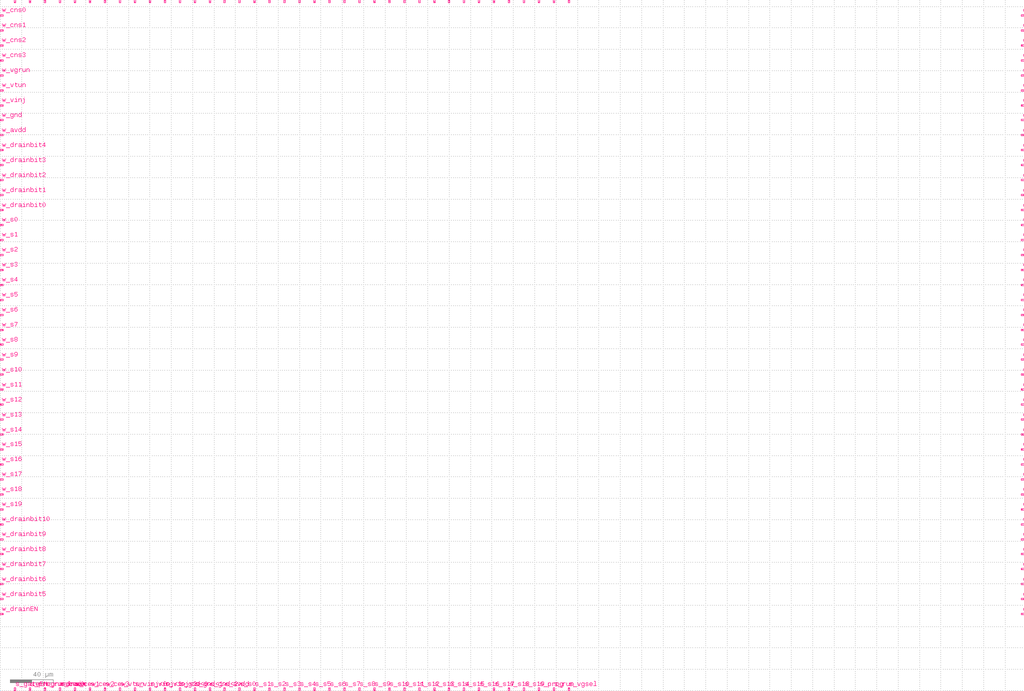
<source format=lef>
VERSION 5.5 ;
NAMESCASESENSITIVE ON ;
BUSBITCHARS "[]" ;
DIVIDERCHAR "/" ;

PROPERTYDEFINITIONS
  LAYER routingPitch REAL ;
END PROPERTYDEFINITIONS

UNITS
  DATABASE MICRONS 1000 ;
END UNITS
MANUFACTURINGGRID 0.01 ;
LAYER POLY1
  TYPE MASTERSLICE ;
END POLY1

LAYER CONT
  TYPE CUT ;
  SPACING 0.4 ;
END CONT

LAYER METAL1
  TYPE ROUTING ;
  DIRECTION HORIZONTAL ;
  PITCH 0 ;
  WIDTH 0.5 ;
  SPACING 0.45 ;
  PROPERTY routingPitch 1.25 ;
END METAL1

LAYER VIA12
  TYPE CUT ;
  SPACING 0.45 ;
END VIA12

LAYER METAL2
  TYPE ROUTING ;
  DIRECTION VERTICAL ;
  PITCH 0 ;
  WIDTH 0.6 ;
  SPACING 0.5 ;
  PROPERTY routingPitch 1.4 ;
END METAL2

LAYER VIA23
  TYPE CUT ;
  SPACING 0.45 ;
END VIA23

LAYER METAL3
  TYPE ROUTING ;
  DIRECTION HORIZONTAL ;
  PITCH 0 ;
  WIDTH 0.6 ;
  SPACING 0.5 ;
  PROPERTY routingPitch 1.25 ;
END METAL3

LAYER VIA34
  TYPE CUT ;
  SPACING 0.45 ;
END VIA34

LAYER METAL4
  TYPE ROUTING ;
  DIRECTION VERTICAL ;
  PITCH 0 ;
  WIDTH 0.6 ;
  SPACING 0.6 ;
  PROPERTY routingPitch 1.4 ;
END METAL4

LAYER OVERLAP
  TYPE OVERLAP ;
END OVERLAP

VIARULE M4_M3 GENERATE
  LAYER METAL3 ;
    ENCLOSURE 0.2 0.2 ;
  LAYER METAL4 ;
    ENCLOSURE 0.15 0.15 ;
  LAYER VIA34 ;
    RECT -0.25 -0.25 0.25 0.25 ;
    SPACING 1 BY 1 ;
END M4_M3

VIARULE M3_M2 GENERATE
  LAYER METAL2 ;
    ENCLOSURE 0.2 0.2 ;
  LAYER METAL3 ;
    ENCLOSURE 0.15 0.15 ;
  LAYER VIA23 ;
    RECT -0.25 -0.25 0.25 0.25 ;
    SPACING 1 BY 1 ;
END M3_M2

VIARULE M2_M1 GENERATE
  LAYER METAL1 ;
    ENCLOSURE 0.2 0.2 ;
  LAYER METAL2 ;
    ENCLOSURE 0.15 0.15 ;
  LAYER VIA12 ;
    RECT -0.25 -0.25 0.25 0.25 ;
    SPACING 1 BY 1 ;
END M2_M1

VIARULE M1_POLY1 GENERATE
  LAYER POLY1 ;
    ENCLOSURE 0.2 0.2 ;
  LAYER METAL1 ;
    ENCLOSURE 0.15 0.15 ;
  LAYER CONT ;
    RECT -0.2 -0.2 0.2 0.2 ;
    SPACING 1 BY 1 ;
END M1_POLY1

VIA M1_POLY1
  LAYER CONT ;
    RECT -0.2 -0.2 0.2 0.2 ;
  LAYER POLY1 ;
    RECT -0.4 -0.4 0.4 0.4 ;
  LAYER METAL1 ;
    RECT -0.35 -0.35 0.35 0.35 ;
END M1_POLY1

VIA M2_M1
  LAYER VIA12 ;
    RECT -0.25 -0.25 0.25 0.25 ;
  LAYER METAL2 ;
    RECT -0.4 -0.4 0.4 0.4 ;
  LAYER METAL1 ;
    RECT -0.45 -0.45 0.45 0.45 ;
END M2_M1

VIA M3_M2
  LAYER VIA23 ;
    RECT -0.25 -0.25 0.25 0.25 ;
  LAYER METAL3 ;
    RECT -0.4 -0.4 0.4 0.4 ;
  LAYER METAL2 ;
    RECT -0.45 -0.45 0.45 0.45 ;
END M3_M2

VIA M4_M3
  LAYER VIA34 ;
    RECT -0.25 -0.25 0.25 0.25 ;
  LAYER METAL4 ;
    RECT -0.4 -0.4 0.4 0.4 ;
  LAYER METAL3 ;
    RECT -0.45 -0.45 0.45 0.45 ;
END M4_M3


MACRO cab1
  PIN n_gateEN
    DIRECTION INOUT ;
    USE SIGNAL ;
    PORT
      LAYER METAL3 ;
        RECT 13.3 608.59 14.7 611.39 ;
    END
  END n_gateEN
  PIN n_programdrain
    DIRECTION INOUT ;
    USE SIGNAL ;
    PORT
      LAYER METAL3 ;
        RECT 27.3 608.59 28.7 611.39 ;
    END
  END n_programdrain
  PIN n_rundrain
    DIRECTION INOUT ;
    USE SIGNAL ;
    PORT
      LAYER METAL3 ;
        RECT 41.3 608.59 42.7 611.39 ;
    END
  END n_rundrain
  PIN n_cew0
    DIRECTION INOUT ;
    USE SIGNAL ;
    PORT
      LAYER METAL3 ;
        RECT 55.3 608.59 56.7 611.39 ;
    END
  END n_cew0
  PIN n_cew1
    DIRECTION INOUT ;
    USE SIGNAL ;
    PORT
      LAYER METAL3 ;
        RECT 69.3 608.59 70.7 611.39 ;
    END
  END n_cew1
  PIN n_cew2
    DIRECTION INOUT ;
    USE SIGNAL ;
    PORT
      LAYER METAL3 ;
        RECT 83.3 608.59 84.7 611.39 ;
    END
  END n_cew2
  PIN n_cew3
    DIRECTION INOUT ;
    USE SIGNAL ;
    PORT
      LAYER METAL3 ;
        RECT 97.3 608.59 98.7 611.39 ;
    END
  END n_cew3
  PIN n_vtun
    DIRECTION INOUT ;
    USE SIGNAL ;
    PORT
      LAYER METAL3 ;
        RECT 111.3 608.59 112.7 611.39 ;
    END
  END n_vtun
  PIN n_vinj<0>
    DIRECTION INOUT ;
    USE SIGNAL ;
    PORT
      LAYER METAL3 ;
        RECT 125.3 608.59 126.7 611.39 ;
    END
  END n_vinj<0>
  PIN n_vinj<1>
    DIRECTION INOUT ;
    USE SIGNAL ;
    PORT
      LAYER METAL3 ;
        RECT 139.3 608.59 140.7 611.39 ;
    END
  END n_vinj<1>
  PIN n_vinj<2>
    DIRECTION INOUT ;
    USE SIGNAL ;
    PORT
      LAYER METAL3 ;
        RECT 153.3 608.59 154.7 611.39 ;
    END
  END n_vinj<2>
  PIN n_gnd<0>
    DIRECTION INOUT ;
    USE SIGNAL ;
    PORT
      LAYER METAL3 ;
        RECT 167.3 608.59 168.7 611.39 ;
    END
  END n_gnd<0>
  PIN n_gnd<1>
    DIRECTION INOUT ;
    USE SIGNAL ;
    PORT
      LAYER METAL3 ;
        RECT 181.3 608.59 182.7 611.39 ;
    END
  END n_gnd<1>
  PIN n_gnd<2>
    DIRECTION INOUT ;
    USE SIGNAL ;
    PORT
      LAYER METAL3 ;
        RECT 195.3 608.59 196.7 611.39 ;
    END
  END n_gnd<2>
  PIN n_avdd
    DIRECTION INOUT ;
    USE SIGNAL ;
    PORT
      LAYER METAL3 ;
        RECT 209.3 608.59 210.7 611.39 ;
    END
  END n_avdd
  PIN n_s0
    DIRECTION INOUT ;
    USE SIGNAL ;
    PORT
      LAYER METAL3 ;
        RECT 223.3 608.59 224.7 611.39 ;
    END
  END n_s0
  PIN n_s1
    DIRECTION INOUT ;
    USE SIGNAL ;
    PORT
      LAYER METAL3 ;
        RECT 237.3 608.59 238.7 611.39 ;
    END
  END n_s1
  PIN n_s2
    DIRECTION INOUT ;
    USE SIGNAL ;
    PORT
      LAYER METAL3 ;
        RECT 251.3 608.59 252.7 611.39 ;
    END
  END n_s2
  PIN n_s3
    DIRECTION INOUT ;
    USE SIGNAL ;
    PORT
      LAYER METAL3 ;
        RECT 265.3 608.59 266.7 611.39 ;
    END
  END n_s3
  PIN n_s4
    DIRECTION INOUT ;
    USE SIGNAL ;
    PORT
      LAYER METAL3 ;
        RECT 279.3 608.59 280.7 611.39 ;
    END
  END n_s4
  PIN n_s5
    DIRECTION INOUT ;
    USE SIGNAL ;
    PORT
      LAYER METAL3 ;
        RECT 293.3 608.59 294.7 611.39 ;
    END
  END n_s5
  PIN n_s6
    DIRECTION INOUT ;
    USE SIGNAL ;
    PORT
      LAYER METAL3 ;
        RECT 307.3 608.59 308.7 611.39 ;
    END
  END n_s6
  PIN n_s7
    DIRECTION INOUT ;
    USE SIGNAL ;
    PORT
      LAYER METAL3 ;
        RECT 321.3 608.59 322.7 611.39 ;
    END
  END n_s7
  PIN n_s8
    DIRECTION INOUT ;
    USE SIGNAL ;
    PORT
      LAYER METAL3 ;
        RECT 335.3 608.59 336.7 611.39 ;
    END
  END n_s8
  PIN n_s9
    DIRECTION INOUT ;
    USE SIGNAL ;
    PORT
      LAYER METAL3 ;
        RECT 349.3 608.59 350.7 611.39 ;
    END
  END n_s9
  PIN n_s10
    DIRECTION INOUT ;
    USE SIGNAL ;
    PORT
      LAYER METAL3 ;
        RECT 363.3 608.59 364.7 611.39 ;
    END
  END n_s10
  PIN n_s11
    DIRECTION INOUT ;
    USE SIGNAL ;
    PORT
      LAYER METAL3 ;
        RECT 377.3 608.59 378.7 611.39 ;
    END
  END n_s11
  PIN n_s12
    DIRECTION INOUT ;
    USE SIGNAL ;
    PORT
      LAYER METAL3 ;
        RECT 391.3 608.59 392.7 611.39 ;
    END
  END n_s12
  PIN n_s13
    DIRECTION INOUT ;
    USE SIGNAL ;
    PORT
      LAYER METAL3 ;
        RECT 405.3 608.59 406.7 611.39 ;
    END
  END n_s13
  PIN n_s14
    DIRECTION INOUT ;
    USE SIGNAL ;
    PORT
      LAYER METAL3 ;
        RECT 419.3 608.59 420.7 611.39 ;
    END
  END n_s14
  PIN n_s15
    DIRECTION INOUT ;
    USE SIGNAL ;
    PORT
      LAYER METAL3 ;
        RECT 433.3 608.59 434.7 611.39 ;
    END
  END n_s15
  PIN n_s16
    DIRECTION INOUT ;
    USE SIGNAL ;
    PORT
      LAYER METAL3 ;
        RECT 447.3 608.59 448.7 611.39 ;
    END
  END n_s16
  PIN n_s17
    DIRECTION INOUT ;
    USE SIGNAL ;
    PORT
      LAYER METAL3 ;
        RECT 461.3 608.59 462.7 611.39 ;
    END
  END n_s17
  PIN n_s18
    DIRECTION INOUT ;
    USE SIGNAL ;
    PORT
      LAYER METAL3 ;
        RECT 475.3 608.59 476.7 611.39 ;
    END
  END n_s18
  PIN n_s19
    DIRECTION INOUT ;
    USE SIGNAL ;
    PORT
      LAYER METAL3 ;
        RECT 489.3 608.59 490.7 611.39 ;
    END
  END n_s19
  PIN n_prog
    DIRECTION INOUT ;
    USE SIGNAL ;
    PORT
      LAYER METAL3 ;
        RECT 503.3 608.59 504.7 611.39 ;
    END
  END n_prog
  PIN n_run
    DIRECTION INOUT ;
    USE SIGNAL ;
    PORT
      LAYER METAL3 ;
        RECT 517.3 608.59 518.7 611.39 ;
    END
  END n_run
  PIN n_vgsel
    DIRECTION INOUT ;
    USE SIGNAL ;
    PORT
      LAYER METAL3 ;
        RECT 531.3 608.59 532.7 611.39 ;
    END
  END n_vgsel
  PIN e_cns0
    DIRECTION INOUT ;
    USE SIGNAL ;
    PORT
      LAYER METAL3 ;
        RECT 872.65 595.99 875.45 597.39 ;
    END
  END e_cns0
  PIN e_cns1
    DIRECTION INOUT ;
    USE SIGNAL ;
    PORT
      LAYER METAL3 ;
        RECT 872.65 581.99 875.45 583.39 ;
    END
  END e_cns1
  PIN e_cns2
    DIRECTION INOUT ;
    USE SIGNAL ;
    PORT
      LAYER METAL3 ;
        RECT 872.65 567.99 875.45 569.39 ;
    END
  END e_cns2
  PIN e_cns3
    DIRECTION INOUT ;
    USE SIGNAL ;
    PORT
      LAYER METAL3 ;
        RECT 872.65 553.99 875.45 555.39 ;
    END
  END e_cns3
  PIN e_vgrun
    DIRECTION INOUT ;
    USE SIGNAL ;
    PORT
      LAYER METAL3 ;
        RECT 872.65 539.99 875.45 541.39 ;
    END
  END e_vgrun
  PIN e_vtun
    DIRECTION INOUT ;
    USE SIGNAL ;
    PORT
      LAYER METAL3 ;
        RECT 872.65 525.99 875.45 527.39 ;
    END
  END e_vtun
  PIN e_vinj
    DIRECTION INOUT ;
    USE SIGNAL ;
    PORT
      LAYER METAL3 ;
        RECT 872.65 511.99 875.45 513.39 ;
    END
  END e_vinj
  PIN e_gnd
    DIRECTION INOUT ;
    USE SIGNAL ;
    PORT
      LAYER METAL3 ;
        RECT 872.65 497.99 875.45 499.39 ;
    END
  END e_gnd
  PIN e_avdd
    DIRECTION INOUT ;
    USE SIGNAL ;
    PORT
      LAYER METAL3 ;
        RECT 872.65 483.99 875.45 485.39 ;
    END
  END e_avdd
  PIN e_drainbit4
    DIRECTION INOUT ;
    USE SIGNAL ;
    PORT
      LAYER METAL3 ;
        RECT 872.65 469.99 875.45 471.39 ;
    END
  END e_drainbit4
  PIN e_drainbit3
    DIRECTION INOUT ;
    USE SIGNAL ;
    PORT
      LAYER METAL3 ;
        RECT 872.65 455.99 875.45 457.39 ;
    END
  END e_drainbit3
  PIN e_drainbit2
    DIRECTION INOUT ;
    USE SIGNAL ;
    PORT
      LAYER METAL3 ;
        RECT 872.65 441.99 875.45 443.39 ;
    END
  END e_drainbit2
  PIN e_drainbit1
    DIRECTION INOUT ;
    USE SIGNAL ;
    PORT
      LAYER METAL3 ;
        RECT 872.65 427.99 875.45 429.39 ;
    END
  END e_drainbit1
  PIN e_drainbit0
    DIRECTION INOUT ;
    USE SIGNAL ;
    PORT
      LAYER METAL3 ;
        RECT 872.65 413.99 875.45 415.39 ;
    END
  END e_drainbit0
  PIN e_s0
    DIRECTION INOUT ;
    USE SIGNAL ;
    PORT
      LAYER METAL3 ;
        RECT 872.65 399.99 875.45 401.39 ;
    END
  END e_s0
  PIN e_s1
    DIRECTION INOUT ;
    USE SIGNAL ;
    PORT
      LAYER METAL3 ;
        RECT 872.65 385.99 875.45 387.39 ;
    END
  END e_s1
  PIN e_s2
    DIRECTION INOUT ;
    USE SIGNAL ;
    PORT
      LAYER METAL3 ;
        RECT 872.65 371.99 875.45 373.39 ;
    END
  END e_s2
  PIN e_s3
    DIRECTION INOUT ;
    USE SIGNAL ;
    PORT
      LAYER METAL3 ;
        RECT 872.65 357.99 875.45 359.39 ;
    END
  END e_s3
  PIN e_s4
    DIRECTION INOUT ;
    USE SIGNAL ;
    PORT
      LAYER METAL3 ;
        RECT 872.65 343.99 875.45 345.39 ;
    END
  END e_s4
  PIN e_s5
    DIRECTION INOUT ;
    USE SIGNAL ;
    PORT
      LAYER METAL3 ;
        RECT 872.65 329.99 875.45 331.39 ;
    END
  END e_s5
  PIN e_s6
    DIRECTION INOUT ;
    USE SIGNAL ;
    PORT
      LAYER METAL3 ;
        RECT 872.65 315.99 875.45 317.39 ;
    END
  END e_s6
  PIN e_s7
    DIRECTION INOUT ;
    USE SIGNAL ;
    PORT
      LAYER METAL3 ;
        RECT 872.65 301.99 875.45 303.39 ;
    END
  END e_s7
  PIN e_s8
    DIRECTION INOUT ;
    USE SIGNAL ;
    PORT
      LAYER METAL3 ;
        RECT 872.65 287.99 875.45 289.39 ;
    END
  END e_s8
  PIN e_s9
    DIRECTION INOUT ;
    USE SIGNAL ;
    PORT
      LAYER METAL3 ;
        RECT 872.65 273.99 875.45 275.39 ;
    END
  END e_s9
  PIN e_s10
    DIRECTION INOUT ;
    USE SIGNAL ;
    PORT
      LAYER METAL3 ;
        RECT 872.65 259.99 875.45 261.39 ;
    END
  END e_s10
  PIN e_s11
    DIRECTION INOUT ;
    USE SIGNAL ;
    PORT
      LAYER METAL3 ;
        RECT 872.65 245.99 875.45 247.39 ;
    END
  END e_s11
  PIN e_s12
    DIRECTION INOUT ;
    USE SIGNAL ;
    PORT
      LAYER METAL3 ;
        RECT 872.65 231.99 875.45 233.39 ;
    END
  END e_s12
  PIN e_s13
    DIRECTION INOUT ;
    USE SIGNAL ;
    PORT
      LAYER METAL3 ;
        RECT 872.65 217.99 875.45 219.39 ;
    END
  END e_s13
  PIN e_s14
    DIRECTION INOUT ;
    USE SIGNAL ;
    PORT
      LAYER METAL3 ;
        RECT 872.65 203.99 875.45 205.39 ;
    END
  END e_s14
  PIN e_s15
    DIRECTION INOUT ;
    USE SIGNAL ;
    PORT
      LAYER METAL3 ;
        RECT 872.65 189.99 875.45 191.39 ;
    END
  END e_s15
  PIN e_s16
    DIRECTION INOUT ;
    USE SIGNAL ;
    PORT
      LAYER METAL3 ;
        RECT 872.65 175.99 875.45 177.39 ;
    END
  END e_s16
  PIN e_s17
    DIRECTION INOUT ;
    USE SIGNAL ;
    PORT
      LAYER METAL3 ;
        RECT 872.65 161.99 875.45 163.39 ;
    END
  END e_s17
  PIN e_s18
    DIRECTION INOUT ;
    USE SIGNAL ;
    PORT
      LAYER METAL3 ;
        RECT 872.65 147.99 875.45 149.39 ;
    END
  END e_s18
  PIN e_s19
    DIRECTION INOUT ;
    USE SIGNAL ;
    PORT
      LAYER METAL3 ;
        RECT 872.65 133.99 875.45 135.39 ;
    END
  END e_s19
  PIN e_drainbit10
    DIRECTION INOUT ;
    USE SIGNAL ;
    PORT
      LAYER METAL3 ;
        RECT 872.65 119.99 875.45 121.39 ;
    END
  END e_drainbit10
  PIN e_drainbit9
    DIRECTION INOUT ;
    USE SIGNAL ;
    PORT
      LAYER METAL3 ;
        RECT 872.65 105.99 875.45 107.39 ;
    END
  END e_drainbit9
  PIN e_drainbit8
    DIRECTION INOUT ;
    USE SIGNAL ;
    PORT
      LAYER METAL3 ;
        RECT 872.65 91.99 875.45 93.39 ;
    END
  END e_drainbit8
  PIN e_drainbit7
    DIRECTION INOUT ;
    USE SIGNAL ;
    PORT
      LAYER METAL3 ;
        RECT 872.65 77.99 875.45 79.39 ;
    END
  END e_drainbit7
  PIN e_drainbit6
    DIRECTION INOUT ;
    USE SIGNAL ;
    PORT
      LAYER METAL3 ;
        RECT 872.65 63.99 875.45 65.39 ;
    END
  END e_drainbit6
  PIN e_drainbit5
    DIRECTION INOUT ;
    USE SIGNAL ;
    PORT
      LAYER METAL3 ;
        RECT 872.65 49.99 875.45 51.39 ;
    END
  END e_drainbit5
  PIN e_drainEN
    DIRECTION INOUT ;
    USE SIGNAL ;
    PORT
      LAYER METAL3 ;
        RECT 872.65 35.99 875.45 37.39 ;
    END
  END e_drainEN
  PIN s_gateEN
    DIRECTION INOUT ;
    USE SIGNAL ;
    PORT
      LAYER METAL3 ;
        RECT 13.3 0.0 14.7 2.8 ;
    END
  END s_gateEN
  PIN s_programdrain
    DIRECTION INOUT ;
    USE SIGNAL ;
    PORT
      LAYER METAL3 ;
        RECT 27.3 0.0 28.7 2.8 ;
    END
  END s_programdrain
  PIN s_rundrain
    DIRECTION INOUT ;
    USE SIGNAL ;
    PORT
      LAYER METAL3 ;
        RECT 41.3 0.0 42.7 2.8 ;
    END
  END s_rundrain
  PIN s_cew0
    DIRECTION INOUT ;
    USE SIGNAL ;
    PORT
      LAYER METAL3 ;
        RECT 55.3 0.0 56.7 2.8 ;
    END
  END s_cew0
  PIN s_cew1
    DIRECTION INOUT ;
    USE SIGNAL ;
    PORT
      LAYER METAL3 ;
        RECT 69.3 0.0 70.7 2.8 ;
    END
  END s_cew1
  PIN s_cew2
    DIRECTION INOUT ;
    USE SIGNAL ;
    PORT
      LAYER METAL3 ;
        RECT 83.3 0.0 84.7 2.8 ;
    END
  END s_cew2
  PIN s_cew3
    DIRECTION INOUT ;
    USE SIGNAL ;
    PORT
      LAYER METAL3 ;
        RECT 97.3 0.0 98.7 2.8 ;
    END
  END s_cew3
  PIN s_vtun
    DIRECTION INOUT ;
    USE SIGNAL ;
    PORT
      LAYER METAL3 ;
        RECT 111.3 0.0 112.7 2.8 ;
    END
  END s_vtun
  PIN s_vinj<0>
    DIRECTION INOUT ;
    USE SIGNAL ;
    PORT
      LAYER METAL3 ;
        RECT 125.3 0.0 126.7 2.8 ;
    END
  END s_vinj<0>
  PIN s_vinj<1>
    DIRECTION INOUT ;
    USE SIGNAL ;
    PORT
      LAYER METAL3 ;
        RECT 139.3 0.0 140.7 2.8 ;
    END
  END s_vinj<1>
  PIN s_vinj<2>
    DIRECTION INOUT ;
    USE SIGNAL ;
    PORT
      LAYER METAL3 ;
        RECT 153.3 0.0 154.7 2.8 ;
    END
  END s_vinj<2>
  PIN s_gnd<0>
    DIRECTION INOUT ;
    USE SIGNAL ;
    PORT
      LAYER METAL3 ;
        RECT 167.3 0.0 168.7 2.8 ;
    END
  END s_gnd<0>
  PIN s_gnd<1>
    DIRECTION INOUT ;
    USE SIGNAL ;
    PORT
      LAYER METAL3 ;
        RECT 181.3 0.0 182.7 2.8 ;
    END
  END s_gnd<1>
  PIN s_gnd<2>
    DIRECTION INOUT ;
    USE SIGNAL ;
    PORT
      LAYER METAL3 ;
        RECT 195.3 0.0 196.7 2.8 ;
    END
  END s_gnd<2>
  PIN s_avdd
    DIRECTION INOUT ;
    USE SIGNAL ;
    PORT
      LAYER METAL3 ;
        RECT 209.3 0.0 210.7 2.8 ;
    END
  END s_avdd
  PIN s_s0
    DIRECTION INOUT ;
    USE SIGNAL ;
    PORT
      LAYER METAL3 ;
        RECT 223.3 0.0 224.7 2.8 ;
    END
  END s_s0
  PIN s_s1
    DIRECTION INOUT ;
    USE SIGNAL ;
    PORT
      LAYER METAL3 ;
        RECT 237.3 0.0 238.7 2.8 ;
    END
  END s_s1
  PIN s_s2
    DIRECTION INOUT ;
    USE SIGNAL ;
    PORT
      LAYER METAL3 ;
        RECT 251.3 0.0 252.7 2.8 ;
    END
  END s_s2
  PIN s_s3
    DIRECTION INOUT ;
    USE SIGNAL ;
    PORT
      LAYER METAL3 ;
        RECT 265.3 0.0 266.7 2.8 ;
    END
  END s_s3
  PIN s_s4
    DIRECTION INOUT ;
    USE SIGNAL ;
    PORT
      LAYER METAL3 ;
        RECT 279.3 0.0 280.7 2.8 ;
    END
  END s_s4
  PIN s_s5
    DIRECTION INOUT ;
    USE SIGNAL ;
    PORT
      LAYER METAL3 ;
        RECT 293.3 0.0 294.7 2.8 ;
    END
  END s_s5
  PIN s_s6
    DIRECTION INOUT ;
    USE SIGNAL ;
    PORT
      LAYER METAL3 ;
        RECT 307.3 0.0 308.7 2.8 ;
    END
  END s_s6
  PIN s_s7
    DIRECTION INOUT ;
    USE SIGNAL ;
    PORT
      LAYER METAL3 ;
        RECT 321.3 0.0 322.7 2.8 ;
    END
  END s_s7
  PIN s_s8
    DIRECTION INOUT ;
    USE SIGNAL ;
    PORT
      LAYER METAL3 ;
        RECT 335.3 0.0 336.7 2.8 ;
    END
  END s_s8
  PIN s_s9
    DIRECTION INOUT ;
    USE SIGNAL ;
    PORT
      LAYER METAL3 ;
        RECT 349.3 0.0 350.7 2.8 ;
    END
  END s_s9
  PIN s_s10
    DIRECTION INOUT ;
    USE SIGNAL ;
    PORT
      LAYER METAL3 ;
        RECT 363.3 0.0 364.7 2.8 ;
    END
  END s_s10
  PIN s_s11
    DIRECTION INOUT ;
    USE SIGNAL ;
    PORT
      LAYER METAL3 ;
        RECT 377.3 0.0 378.7 2.8 ;
    END
  END s_s11
  PIN s_s12
    DIRECTION INOUT ;
    USE SIGNAL ;
    PORT
      LAYER METAL3 ;
        RECT 391.3 0.0 392.7 2.8 ;
    END
  END s_s12
  PIN s_s13
    DIRECTION INOUT ;
    USE SIGNAL ;
    PORT
      LAYER METAL3 ;
        RECT 405.3 0.0 406.7 2.8 ;
    END
  END s_s13
  PIN s_s14
    DIRECTION INOUT ;
    USE SIGNAL ;
    PORT
      LAYER METAL3 ;
        RECT 419.3 0.0 420.7 2.8 ;
    END
  END s_s14
  PIN s_s15
    DIRECTION INOUT ;
    USE SIGNAL ;
    PORT
      LAYER METAL3 ;
        RECT 433.3 0.0 434.7 2.8 ;
    END
  END s_s15
  PIN s_s16
    DIRECTION INOUT ;
    USE SIGNAL ;
    PORT
      LAYER METAL3 ;
        RECT 447.3 0.0 448.7 2.8 ;
    END
  END s_s16
  PIN s_s17
    DIRECTION INOUT ;
    USE SIGNAL ;
    PORT
      LAYER METAL3 ;
        RECT 461.3 0.0 462.7 2.8 ;
    END
  END s_s17
  PIN s_s18
    DIRECTION INOUT ;
    USE SIGNAL ;
    PORT
      LAYER METAL3 ;
        RECT 475.3 0.0 476.7 2.8 ;
    END
  END s_s18
  PIN s_s19
    DIRECTION INOUT ;
    USE SIGNAL ;
    PORT
      LAYER METAL3 ;
        RECT 489.3 0.0 490.7 2.8 ;
    END
  END s_s19
  PIN s_prog
    DIRECTION INOUT ;
    USE SIGNAL ;
    PORT
      LAYER METAL3 ;
        RECT 503.3 0.0 504.7 2.8 ;
    END
  END s_prog
  PIN s_run
    DIRECTION INOUT ;
    USE SIGNAL ;
    PORT
      LAYER METAL3 ;
        RECT 517.3 0.0 518.7 2.8 ;
    END
  END s_run
  PIN s_vgsel
    DIRECTION INOUT ;
    USE SIGNAL ;
    PORT
      LAYER METAL3 ;
        RECT 531.3 0.0 532.7 2.8 ;
    END
  END s_vgsel
  PIN w_cns0
    DIRECTION INOUT ;
    USE SIGNAL ;
    PORT
      LAYER METAL3 ;
        RECT 0.0 595.99 2.8 597.39 ;
    END
  END w_cns0
  PIN w_cns1
    DIRECTION INOUT ;
    USE SIGNAL ;
    PORT
      LAYER METAL3 ;
        RECT 0.0 581.99 2.8 583.39 ;
    END
  END w_cns1
  PIN w_cns2
    DIRECTION INOUT ;
    USE SIGNAL ;
    PORT
      LAYER METAL3 ;
        RECT 0.0 567.99 2.8 569.39 ;
    END
  END w_cns2
  PIN w_cns3
    DIRECTION INOUT ;
    USE SIGNAL ;
    PORT
      LAYER METAL3 ;
        RECT 0.0 553.99 2.8 555.39 ;
    END
  END w_cns3
  PIN w_vgrun
    DIRECTION INOUT ;
    USE SIGNAL ;
    PORT
      LAYER METAL3 ;
        RECT 0.0 539.99 2.8 541.39 ;
    END
  END w_vgrun
  PIN w_vtun
    DIRECTION INOUT ;
    USE SIGNAL ;
    PORT
      LAYER METAL3 ;
        RECT 0.0 525.99 2.8 527.39 ;
    END
  END w_vtun
  PIN w_vinj
    DIRECTION INOUT ;
    USE SIGNAL ;
    PORT
      LAYER METAL3 ;
        RECT 0.0 511.99 2.8 513.39 ;
    END
  END w_vinj
  PIN w_gnd
    DIRECTION INOUT ;
    USE SIGNAL ;
    PORT
      LAYER METAL3 ;
        RECT 0.0 497.99 2.8 499.39 ;
    END
  END w_gnd
  PIN w_avdd
    DIRECTION INOUT ;
    USE SIGNAL ;
    PORT
      LAYER METAL3 ;
        RECT 0.0 483.99 2.8 485.39 ;
    END
  END w_avdd
  PIN w_drainbit4
    DIRECTION INOUT ;
    USE SIGNAL ;
    PORT
      LAYER METAL3 ;
        RECT 0.0 469.99 2.8 471.39 ;
    END
  END w_drainbit4
  PIN w_drainbit3
    DIRECTION INOUT ;
    USE SIGNAL ;
    PORT
      LAYER METAL3 ;
        RECT 0.0 455.99 2.8 457.39 ;
    END
  END w_drainbit3
  PIN w_drainbit2
    DIRECTION INOUT ;
    USE SIGNAL ;
    PORT
      LAYER METAL3 ;
        RECT 0.0 441.99 2.8 443.39 ;
    END
  END w_drainbit2
  PIN w_drainbit1
    DIRECTION INOUT ;
    USE SIGNAL ;
    PORT
      LAYER METAL3 ;
        RECT 0.0 427.99 2.8 429.39 ;
    END
  END w_drainbit1
  PIN w_drainbit0
    DIRECTION INOUT ;
    USE SIGNAL ;
    PORT
      LAYER METAL3 ;
        RECT 0.0 413.99 2.8 415.39 ;
    END
  END w_drainbit0
  PIN w_s0
    DIRECTION INOUT ;
    USE SIGNAL ;
    PORT
      LAYER METAL3 ;
        RECT 0.0 399.99 2.8 401.39 ;
    END
  END w_s0
  PIN w_s1
    DIRECTION INOUT ;
    USE SIGNAL ;
    PORT
      LAYER METAL3 ;
        RECT 0.0 385.99 2.8 387.39 ;
    END
  END w_s1
  PIN w_s2
    DIRECTION INOUT ;
    USE SIGNAL ;
    PORT
      LAYER METAL3 ;
        RECT 0.0 371.99 2.8 373.39 ;
    END
  END w_s2
  PIN w_s3
    DIRECTION INOUT ;
    USE SIGNAL ;
    PORT
      LAYER METAL3 ;
        RECT 0.0 357.99 2.8 359.39 ;
    END
  END w_s3
  PIN w_s4
    DIRECTION INOUT ;
    USE SIGNAL ;
    PORT
      LAYER METAL3 ;
        RECT 0.0 343.99 2.8 345.39 ;
    END
  END w_s4
  PIN w_s5
    DIRECTION INOUT ;
    USE SIGNAL ;
    PORT
      LAYER METAL3 ;
        RECT 0.0 329.99 2.8 331.39 ;
    END
  END w_s5
  PIN w_s6
    DIRECTION INOUT ;
    USE SIGNAL ;
    PORT
      LAYER METAL3 ;
        RECT 0.0 315.99 2.8 317.39 ;
    END
  END w_s6
  PIN w_s7
    DIRECTION INOUT ;
    USE SIGNAL ;
    PORT
      LAYER METAL3 ;
        RECT 0.0 301.99 2.8 303.39 ;
    END
  END w_s7
  PIN w_s8
    DIRECTION INOUT ;
    USE SIGNAL ;
    PORT
      LAYER METAL3 ;
        RECT 0.0 287.99 2.8 289.39 ;
    END
  END w_s8
  PIN w_s9
    DIRECTION INOUT ;
    USE SIGNAL ;
    PORT
      LAYER METAL3 ;
        RECT 0.0 273.99 2.8 275.39 ;
    END
  END w_s9
  PIN w_s10
    DIRECTION INOUT ;
    USE SIGNAL ;
    PORT
      LAYER METAL3 ;
        RECT 0.0 259.99 2.8 261.39 ;
    END
  END w_s10
  PIN w_s11
    DIRECTION INOUT ;
    USE SIGNAL ;
    PORT
      LAYER METAL3 ;
        RECT 0.0 245.99 2.8 247.39 ;
    END
  END w_s11
  PIN w_s12
    DIRECTION INOUT ;
    USE SIGNAL ;
    PORT
      LAYER METAL3 ;
        RECT 0.0 231.99 2.8 233.39 ;
    END
  END w_s12
  PIN w_s13
    DIRECTION INOUT ;
    USE SIGNAL ;
    PORT
      LAYER METAL3 ;
        RECT 0.0 217.99 2.8 219.39 ;
    END
  END w_s13
  PIN w_s14
    DIRECTION INOUT ;
    USE SIGNAL ;
    PORT
      LAYER METAL3 ;
        RECT 0.0 203.99 2.8 205.39 ;
    END
  END w_s14
  PIN w_s15
    DIRECTION INOUT ;
    USE SIGNAL ;
    PORT
      LAYER METAL3 ;
        RECT 0.0 189.99 2.8 191.39 ;
    END
  END w_s15
  PIN w_s16
    DIRECTION INOUT ;
    USE SIGNAL ;
    PORT
      LAYER METAL3 ;
        RECT 0.0 175.99 2.8 177.39 ;
    END
  END w_s16
  PIN w_s17
    DIRECTION INOUT ;
    USE SIGNAL ;
    PORT
      LAYER METAL3 ;
        RECT 0.0 161.99 2.8 163.39 ;
    END
  END w_s17
  PIN w_s18
    DIRECTION INOUT ;
    USE SIGNAL ;
    PORT
      LAYER METAL3 ;
        RECT 0.0 147.99 2.8 149.39 ;
    END
  END w_s18
  PIN w_s19
    DIRECTION INOUT ;
    USE SIGNAL ;
    PORT
      LAYER METAL3 ;
        RECT 0.0 133.99 2.8 135.39 ;
    END
  END w_s19
  PIN w_drainbit10
    DIRECTION INOUT ;
    USE SIGNAL ;
    PORT
      LAYER METAL3 ;
        RECT 0.0 119.99 2.8 121.39 ;
    END
  END w_drainbit10
  PIN w_drainbit9
    DIRECTION INOUT ;
    USE SIGNAL ;
    PORT
      LAYER METAL3 ;
        RECT 0.0 105.99 2.8 107.39 ;
    END
  END w_drainbit9
  PIN w_drainbit8
    DIRECTION INOUT ;
    USE SIGNAL ;
    PORT
      LAYER METAL3 ;
        RECT 0.0 91.99 2.8 93.39 ;
    END
  END w_drainbit8
  PIN w_drainbit7
    DIRECTION INOUT ;
    USE SIGNAL ;
    PORT
      LAYER METAL3 ;
        RECT 0.0 77.99 2.8 79.39 ;
    END
  END w_drainbit7
  PIN w_drainbit6
    DIRECTION INOUT ;
    USE SIGNAL ;
    PORT
      LAYER METAL3 ;
        RECT 0.0 63.99 2.8 65.39 ;
    END
  END w_drainbit6
  PIN w_drainbit5
    DIRECTION INOUT ;
    USE SIGNAL ;
    PORT
      LAYER METAL3 ;
        RECT 0.0 49.99 2.8 51.39 ;
    END
  END w_drainbit5
  PIN w_drainEN
    DIRECTION INOUT ;
    USE SIGNAL ;
    PORT
      LAYER METAL3 ;
        RECT 0.0 35.99 2.8 37.39 ;
    END
  END w_drainEN
END cab1

MACRO cab2
  PIN n_gateEN
    DIRECTION INOUT ;
    USE SIGNAL ;
    PORT
      LAYER METAL3 ;
        RECT 13.3 643.59 14.7 646.39 ;
    END
  END n_gateEN
  PIN n_programdrain
    DIRECTION INOUT ;
    USE SIGNAL ;
    PORT
      LAYER METAL3 ;
        RECT 27.3 643.59 28.7 646.39 ;
    END
  END n_programdrain
  PIN n_rundrain
    DIRECTION INOUT ;
    USE SIGNAL ;
    PORT
      LAYER METAL3 ;
        RECT 41.3 643.59 42.7 646.39 ;
    END
  END n_rundrain
  PIN n_cew0
    DIRECTION INOUT ;
    USE SIGNAL ;
    PORT
      LAYER METAL3 ;
        RECT 55.3 643.59 56.7 646.39 ;
    END
  END n_cew0
  PIN n_cew1
    DIRECTION INOUT ;
    USE SIGNAL ;
    PORT
      LAYER METAL3 ;
        RECT 69.3 643.59 70.7 646.39 ;
    END
  END n_cew1
  PIN n_cew2
    DIRECTION INOUT ;
    USE SIGNAL ;
    PORT
      LAYER METAL3 ;
        RECT 83.3 643.59 84.7 646.39 ;
    END
  END n_cew2
  PIN n_cew3
    DIRECTION INOUT ;
    USE SIGNAL ;
    PORT
      LAYER METAL3 ;
        RECT 97.3 643.59 98.7 646.39 ;
    END
  END n_cew3
  PIN n_vtun
    DIRECTION INOUT ;
    USE SIGNAL ;
    PORT
      LAYER METAL3 ;
        RECT 111.3 643.59 112.7 646.39 ;
    END
  END n_vtun
  PIN n_vinj<0>
    DIRECTION INOUT ;
    USE SIGNAL ;
    PORT
      LAYER METAL3 ;
        RECT 125.3 643.59 126.7 646.39 ;
    END
  END n_vinj<0>
  PIN n_vinj<1>
    DIRECTION INOUT ;
    USE SIGNAL ;
    PORT
      LAYER METAL3 ;
        RECT 139.3 643.59 140.7 646.39 ;
    END
  END n_vinj<1>
  PIN n_vinj<2>
    DIRECTION INOUT ;
    USE SIGNAL ;
    PORT
      LAYER METAL3 ;
        RECT 153.3 643.59 154.7 646.39 ;
    END
  END n_vinj<2>
  PIN n_gnd<0>
    DIRECTION INOUT ;
    USE SIGNAL ;
    PORT
      LAYER METAL3 ;
        RECT 167.3 643.59 168.7 646.39 ;
    END
  END n_gnd<0>
  PIN n_gnd<1>
    DIRECTION INOUT ;
    USE SIGNAL ;
    PORT
      LAYER METAL3 ;
        RECT 181.3 643.59 182.7 646.39 ;
    END
  END n_gnd<1>
  PIN n_gnd<2>
    DIRECTION INOUT ;
    USE SIGNAL ;
    PORT
      LAYER METAL3 ;
        RECT 195.3 643.59 196.7 646.39 ;
    END
  END n_gnd<2>
  PIN n_avdd
    DIRECTION INOUT ;
    USE SIGNAL ;
    PORT
      LAYER METAL3 ;
        RECT 209.3 643.59 210.7 646.39 ;
    END
  END n_avdd
  PIN n_s0
    DIRECTION INOUT ;
    USE SIGNAL ;
    PORT
      LAYER METAL3 ;
        RECT 223.3 643.59 224.7 646.39 ;
    END
  END n_s0
  PIN n_s1
    DIRECTION INOUT ;
    USE SIGNAL ;
    PORT
      LAYER METAL3 ;
        RECT 237.3 643.59 238.7 646.39 ;
    END
  END n_s1
  PIN n_s2
    DIRECTION INOUT ;
    USE SIGNAL ;
    PORT
      LAYER METAL3 ;
        RECT 251.3 643.59 252.7 646.39 ;
    END
  END n_s2
  PIN n_s3
    DIRECTION INOUT ;
    USE SIGNAL ;
    PORT
      LAYER METAL3 ;
        RECT 265.3 643.59 266.7 646.39 ;
    END
  END n_s3
  PIN n_s4
    DIRECTION INOUT ;
    USE SIGNAL ;
    PORT
      LAYER METAL3 ;
        RECT 279.3 643.59 280.7 646.39 ;
    END
  END n_s4
  PIN n_s5
    DIRECTION INOUT ;
    USE SIGNAL ;
    PORT
      LAYER METAL3 ;
        RECT 293.3 643.59 294.7 646.39 ;
    END
  END n_s5
  PIN n_s6
    DIRECTION INOUT ;
    USE SIGNAL ;
    PORT
      LAYER METAL3 ;
        RECT 307.3 643.59 308.7 646.39 ;
    END
  END n_s6
  PIN n_s7
    DIRECTION INOUT ;
    USE SIGNAL ;
    PORT
      LAYER METAL3 ;
        RECT 321.3 643.59 322.7 646.39 ;
    END
  END n_s7
  PIN n_s8
    DIRECTION INOUT ;
    USE SIGNAL ;
    PORT
      LAYER METAL3 ;
        RECT 335.3 643.59 336.7 646.39 ;
    END
  END n_s8
  PIN n_s9
    DIRECTION INOUT ;
    USE SIGNAL ;
    PORT
      LAYER METAL3 ;
        RECT 349.3 643.59 350.7 646.39 ;
    END
  END n_s9
  PIN n_s10
    DIRECTION INOUT ;
    USE SIGNAL ;
    PORT
      LAYER METAL3 ;
        RECT 363.3 643.59 364.7 646.39 ;
    END
  END n_s10
  PIN n_s11
    DIRECTION INOUT ;
    USE SIGNAL ;
    PORT
      LAYER METAL3 ;
        RECT 377.3 643.59 378.7 646.39 ;
    END
  END n_s11
  PIN n_s12
    DIRECTION INOUT ;
    USE SIGNAL ;
    PORT
      LAYER METAL3 ;
        RECT 391.3 643.59 392.7 646.39 ;
    END
  END n_s12
  PIN n_s13
    DIRECTION INOUT ;
    USE SIGNAL ;
    PORT
      LAYER METAL3 ;
        RECT 405.3 643.59 406.7 646.39 ;
    END
  END n_s13
  PIN n_s14
    DIRECTION INOUT ;
    USE SIGNAL ;
    PORT
      LAYER METAL3 ;
        RECT 419.3 643.59 420.7 646.39 ;
    END
  END n_s14
  PIN n_s15
    DIRECTION INOUT ;
    USE SIGNAL ;
    PORT
      LAYER METAL3 ;
        RECT 433.3 643.59 434.7 646.39 ;
    END
  END n_s15
  PIN n_s16
    DIRECTION INOUT ;
    USE SIGNAL ;
    PORT
      LAYER METAL3 ;
        RECT 447.3 643.59 448.7 646.39 ;
    END
  END n_s16
  PIN n_s17
    DIRECTION INOUT ;
    USE SIGNAL ;
    PORT
      LAYER METAL3 ;
        RECT 461.3 643.59 462.7 646.39 ;
    END
  END n_s17
  PIN n_s18
    DIRECTION INOUT ;
    USE SIGNAL ;
    PORT
      LAYER METAL3 ;
        RECT 475.3 643.59 476.7 646.39 ;
    END
  END n_s18
  PIN n_s19
    DIRECTION INOUT ;
    USE SIGNAL ;
    PORT
      LAYER METAL3 ;
        RECT 489.3 643.59 490.7 646.39 ;
    END
  END n_s19
  PIN n_prog
    DIRECTION INOUT ;
    USE SIGNAL ;
    PORT
      LAYER METAL3 ;
        RECT 503.3 643.59 504.7 646.39 ;
    END
  END n_prog
  PIN n_run
    DIRECTION INOUT ;
    USE SIGNAL ;
    PORT
      LAYER METAL3 ;
        RECT 517.3 643.59 518.7 646.39 ;
    END
  END n_run
  PIN n_vgsel
    DIRECTION INOUT ;
    USE SIGNAL ;
    PORT
      LAYER METAL3 ;
        RECT 531.3 643.59 532.7 646.39 ;
    END
  END n_vgsel
  PIN e_cns0
    DIRECTION INOUT ;
    USE SIGNAL ;
    PORT
      LAYER METAL3 ;
        RECT 955.03 630.99 957.83 632.39 ;
    END
  END e_cns0
  PIN e_cns1
    DIRECTION INOUT ;
    USE SIGNAL ;
    PORT
      LAYER METAL3 ;
        RECT 955.03 616.99 957.83 618.39 ;
    END
  END e_cns1
  PIN e_cns2
    DIRECTION INOUT ;
    USE SIGNAL ;
    PORT
      LAYER METAL3 ;
        RECT 955.03 602.99 957.83 604.39 ;
    END
  END e_cns2
  PIN e_cns3
    DIRECTION INOUT ;
    USE SIGNAL ;
    PORT
      LAYER METAL3 ;
        RECT 955.03 588.99 957.83 590.39 ;
    END
  END e_cns3
  PIN e_vgrun
    DIRECTION INOUT ;
    USE SIGNAL ;
    PORT
      LAYER METAL3 ;
        RECT 955.03 574.99 957.83 576.39 ;
    END
  END e_vgrun
  PIN e_vtun
    DIRECTION INOUT ;
    USE SIGNAL ;
    PORT
      LAYER METAL3 ;
        RECT 955.03 560.99 957.83 562.39 ;
    END
  END e_vtun
  PIN e_vinj
    DIRECTION INOUT ;
    USE SIGNAL ;
    PORT
      LAYER METAL3 ;
        RECT 955.03 546.99 957.83 548.39 ;
    END
  END e_vinj
  PIN e_gnd
    DIRECTION INOUT ;
    USE SIGNAL ;
    PORT
      LAYER METAL3 ;
        RECT 955.03 532.99 957.83 534.39 ;
    END
  END e_gnd
  PIN e_avdd
    DIRECTION INOUT ;
    USE SIGNAL ;
    PORT
      LAYER METAL3 ;
        RECT 955.03 518.99 957.83 520.39 ;
    END
  END e_avdd
  PIN e_drainbit4
    DIRECTION INOUT ;
    USE SIGNAL ;
    PORT
      LAYER METAL3 ;
        RECT 955.03 504.99 957.83 506.39 ;
    END
  END e_drainbit4
  PIN e_drainbit3
    DIRECTION INOUT ;
    USE SIGNAL ;
    PORT
      LAYER METAL3 ;
        RECT 955.03 490.99 957.83 492.39 ;
    END
  END e_drainbit3
  PIN e_drainbit2
    DIRECTION INOUT ;
    USE SIGNAL ;
    PORT
      LAYER METAL3 ;
        RECT 955.03 476.99 957.83 478.39 ;
    END
  END e_drainbit2
  PIN e_drainbit1
    DIRECTION INOUT ;
    USE SIGNAL ;
    PORT
      LAYER METAL3 ;
        RECT 955.03 462.99 957.83 464.39 ;
    END
  END e_drainbit1
  PIN e_drainbit0
    DIRECTION INOUT ;
    USE SIGNAL ;
    PORT
      LAYER METAL3 ;
        RECT 955.03 448.99 957.83 450.39 ;
    END
  END e_drainbit0
  PIN e_s0
    DIRECTION INOUT ;
    USE SIGNAL ;
    PORT
      LAYER METAL3 ;
        RECT 955.03 434.99 957.83 436.39 ;
    END
  END e_s0
  PIN e_s1
    DIRECTION INOUT ;
    USE SIGNAL ;
    PORT
      LAYER METAL3 ;
        RECT 955.03 420.99 957.83 422.39 ;
    END
  END e_s1
  PIN e_s2
    DIRECTION INOUT ;
    USE SIGNAL ;
    PORT
      LAYER METAL3 ;
        RECT 955.03 406.99 957.83 408.39 ;
    END
  END e_s2
  PIN e_s3
    DIRECTION INOUT ;
    USE SIGNAL ;
    PORT
      LAYER METAL3 ;
        RECT 955.03 392.99 957.83 394.39 ;
    END
  END e_s3
  PIN e_s4
    DIRECTION INOUT ;
    USE SIGNAL ;
    PORT
      LAYER METAL3 ;
        RECT 955.03 378.99 957.83 380.39 ;
    END
  END e_s4
  PIN e_s5
    DIRECTION INOUT ;
    USE SIGNAL ;
    PORT
      LAYER METAL3 ;
        RECT 955.03 364.99 957.83 366.39 ;
    END
  END e_s5
  PIN e_s6
    DIRECTION INOUT ;
    USE SIGNAL ;
    PORT
      LAYER METAL3 ;
        RECT 955.03 350.99 957.83 352.39 ;
    END
  END e_s6
  PIN e_s7
    DIRECTION INOUT ;
    USE SIGNAL ;
    PORT
      LAYER METAL3 ;
        RECT 955.03 336.99 957.83 338.39 ;
    END
  END e_s7
  PIN e_s8
    DIRECTION INOUT ;
    USE SIGNAL ;
    PORT
      LAYER METAL3 ;
        RECT 955.03 322.99 957.83 324.39 ;
    END
  END e_s8
  PIN e_s9
    DIRECTION INOUT ;
    USE SIGNAL ;
    PORT
      LAYER METAL3 ;
        RECT 955.03 308.99 957.83 310.39 ;
    END
  END e_s9
  PIN e_s10
    DIRECTION INOUT ;
    USE SIGNAL ;
    PORT
      LAYER METAL3 ;
        RECT 955.03 294.99 957.83 296.39 ;
    END
  END e_s10
  PIN e_s11
    DIRECTION INOUT ;
    USE SIGNAL ;
    PORT
      LAYER METAL3 ;
        RECT 955.03 280.99 957.83 282.39 ;
    END
  END e_s11
  PIN e_s12
    DIRECTION INOUT ;
    USE SIGNAL ;
    PORT
      LAYER METAL3 ;
        RECT 955.03 266.99 957.83 268.39 ;
    END
  END e_s12
  PIN e_s13
    DIRECTION INOUT ;
    USE SIGNAL ;
    PORT
      LAYER METAL3 ;
        RECT 955.03 252.99 957.83 254.39 ;
    END
  END e_s13
  PIN e_s14
    DIRECTION INOUT ;
    USE SIGNAL ;
    PORT
      LAYER METAL3 ;
        RECT 955.03 238.99 957.83 240.39 ;
    END
  END e_s14
  PIN e_s15
    DIRECTION INOUT ;
    USE SIGNAL ;
    PORT
      LAYER METAL3 ;
        RECT 955.03 224.99 957.83 226.39 ;
    END
  END e_s15
  PIN e_s16
    DIRECTION INOUT ;
    USE SIGNAL ;
    PORT
      LAYER METAL3 ;
        RECT 955.03 210.99 957.83 212.39 ;
    END
  END e_s16
  PIN e_s17
    DIRECTION INOUT ;
    USE SIGNAL ;
    PORT
      LAYER METAL3 ;
        RECT 955.03 196.99 957.83 198.39 ;
    END
  END e_s17
  PIN e_s18
    DIRECTION INOUT ;
    USE SIGNAL ;
    PORT
      LAYER METAL3 ;
        RECT 955.03 182.99 957.83 184.39 ;
    END
  END e_s18
  PIN e_s19
    DIRECTION INOUT ;
    USE SIGNAL ;
    PORT
      LAYER METAL3 ;
        RECT 955.03 168.99 957.83 170.39 ;
    END
  END e_s19
  PIN e_drainbit10
    DIRECTION INOUT ;
    USE SIGNAL ;
    PORT
      LAYER METAL3 ;
        RECT 955.03 154.99 957.83 156.39 ;
    END
  END e_drainbit10
  PIN e_drainbit9
    DIRECTION INOUT ;
    USE SIGNAL ;
    PORT
      LAYER METAL3 ;
        RECT 955.03 140.99 957.83 142.39 ;
    END
  END e_drainbit9
  PIN e_drainbit8
    DIRECTION INOUT ;
    USE SIGNAL ;
    PORT
      LAYER METAL3 ;
        RECT 955.03 126.99 957.83 128.39 ;
    END
  END e_drainbit8
  PIN e_drainbit7
    DIRECTION INOUT ;
    USE SIGNAL ;
    PORT
      LAYER METAL3 ;
        RECT 955.03 112.99 957.83 114.39 ;
    END
  END e_drainbit7
  PIN e_drainbit6
    DIRECTION INOUT ;
    USE SIGNAL ;
    PORT
      LAYER METAL3 ;
        RECT 955.03 98.99 957.83 100.39 ;
    END
  END e_drainbit6
  PIN e_drainbit5
    DIRECTION INOUT ;
    USE SIGNAL ;
    PORT
      LAYER METAL3 ;
        RECT 955.03 84.99 957.83 86.39 ;
    END
  END e_drainbit5
  PIN e_drainEN
    DIRECTION INOUT ;
    USE SIGNAL ;
    PORT
      LAYER METAL3 ;
        RECT 955.03 70.99 957.83 72.39 ;
    END
  END e_drainEN
  PIN s_gateEN
    DIRECTION INOUT ;
    USE SIGNAL ;
    PORT
      LAYER METAL3 ;
        RECT 13.3 0.0 14.7 2.8 ;
    END
  END s_gateEN
  PIN s_programdrain
    DIRECTION INOUT ;
    USE SIGNAL ;
    PORT
      LAYER METAL3 ;
        RECT 27.3 0.0 28.7 2.8 ;
    END
  END s_programdrain
  PIN s_rundrain
    DIRECTION INOUT ;
    USE SIGNAL ;
    PORT
      LAYER METAL3 ;
        RECT 41.3 0.0 42.7 2.8 ;
    END
  END s_rundrain
  PIN s_cew0
    DIRECTION INOUT ;
    USE SIGNAL ;
    PORT
      LAYER METAL3 ;
        RECT 55.3 0.0 56.7 2.8 ;
    END
  END s_cew0
  PIN s_cew1
    DIRECTION INOUT ;
    USE SIGNAL ;
    PORT
      LAYER METAL3 ;
        RECT 69.3 0.0 70.7 2.8 ;
    END
  END s_cew1
  PIN s_cew2
    DIRECTION INOUT ;
    USE SIGNAL ;
    PORT
      LAYER METAL3 ;
        RECT 83.3 0.0 84.7 2.8 ;
    END
  END s_cew2
  PIN s_cew3
    DIRECTION INOUT ;
    USE SIGNAL ;
    PORT
      LAYER METAL3 ;
        RECT 97.3 0.0 98.7 2.8 ;
    END
  END s_cew3
  PIN s_vtun
    DIRECTION INOUT ;
    USE SIGNAL ;
    PORT
      LAYER METAL3 ;
        RECT 111.3 0.0 112.7 2.8 ;
    END
  END s_vtun
  PIN s_vinj<0>
    DIRECTION INOUT ;
    USE SIGNAL ;
    PORT
      LAYER METAL3 ;
        RECT 125.3 0.0 126.7 2.8 ;
    END
  END s_vinj<0>
  PIN s_vinj<1>
    DIRECTION INOUT ;
    USE SIGNAL ;
    PORT
      LAYER METAL3 ;
        RECT 139.3 0.0 140.7 2.8 ;
    END
  END s_vinj<1>
  PIN s_vinj<2>
    DIRECTION INOUT ;
    USE SIGNAL ;
    PORT
      LAYER METAL3 ;
        RECT 153.3 0.0 154.7 2.8 ;
    END
  END s_vinj<2>
  PIN s_gnd<0>
    DIRECTION INOUT ;
    USE SIGNAL ;
    PORT
      LAYER METAL3 ;
        RECT 167.3 0.0 168.7 2.8 ;
    END
  END s_gnd<0>
  PIN s_gnd<1>
    DIRECTION INOUT ;
    USE SIGNAL ;
    PORT
      LAYER METAL3 ;
        RECT 181.3 0.0 182.7 2.8 ;
    END
  END s_gnd<1>
  PIN s_gnd<2>
    DIRECTION INOUT ;
    USE SIGNAL ;
    PORT
      LAYER METAL3 ;
        RECT 195.3 0.0 196.7 2.8 ;
    END
  END s_gnd<2>
  PIN s_avdd
    DIRECTION INOUT ;
    USE SIGNAL ;
    PORT
      LAYER METAL3 ;
        RECT 209.3 0.0 210.7 2.8 ;
    END
  END s_avdd
  PIN s_s0
    DIRECTION INOUT ;
    USE SIGNAL ;
    PORT
      LAYER METAL3 ;
        RECT 223.3 0.0 224.7 2.8 ;
    END
  END s_s0
  PIN s_s1
    DIRECTION INOUT ;
    USE SIGNAL ;
    PORT
      LAYER METAL3 ;
        RECT 237.3 0.0 238.7 2.8 ;
    END
  END s_s1
  PIN s_s2
    DIRECTION INOUT ;
    USE SIGNAL ;
    PORT
      LAYER METAL3 ;
        RECT 251.3 0.0 252.7 2.8 ;
    END
  END s_s2
  PIN s_s3
    DIRECTION INOUT ;
    USE SIGNAL ;
    PORT
      LAYER METAL3 ;
        RECT 265.3 0.0 266.7 2.8 ;
    END
  END s_s3
  PIN s_s4
    DIRECTION INOUT ;
    USE SIGNAL ;
    PORT
      LAYER METAL3 ;
        RECT 279.3 0.0 280.7 2.8 ;
    END
  END s_s4
  PIN s_s5
    DIRECTION INOUT ;
    USE SIGNAL ;
    PORT
      LAYER METAL3 ;
        RECT 293.3 0.0 294.7 2.8 ;
    END
  END s_s5
  PIN s_s6
    DIRECTION INOUT ;
    USE SIGNAL ;
    PORT
      LAYER METAL3 ;
        RECT 307.3 0.0 308.7 2.8 ;
    END
  END s_s6
  PIN s_s7
    DIRECTION INOUT ;
    USE SIGNAL ;
    PORT
      LAYER METAL3 ;
        RECT 321.3 0.0 322.7 2.8 ;
    END
  END s_s7
  PIN s_s8
    DIRECTION INOUT ;
    USE SIGNAL ;
    PORT
      LAYER METAL3 ;
        RECT 335.3 0.0 336.7 2.8 ;
    END
  END s_s8
  PIN s_s9
    DIRECTION INOUT ;
    USE SIGNAL ;
    PORT
      LAYER METAL3 ;
        RECT 349.3 0.0 350.7 2.8 ;
    END
  END s_s9
  PIN s_s10
    DIRECTION INOUT ;
    USE SIGNAL ;
    PORT
      LAYER METAL3 ;
        RECT 363.3 0.0 364.7 2.8 ;
    END
  END s_s10
  PIN s_s11
    DIRECTION INOUT ;
    USE SIGNAL ;
    PORT
      LAYER METAL3 ;
        RECT 377.3 0.0 378.7 2.8 ;
    END
  END s_s11
  PIN s_s12
    DIRECTION INOUT ;
    USE SIGNAL ;
    PORT
      LAYER METAL3 ;
        RECT 391.3 0.0 392.7 2.8 ;
    END
  END s_s12
  PIN s_s13
    DIRECTION INOUT ;
    USE SIGNAL ;
    PORT
      LAYER METAL3 ;
        RECT 405.3 0.0 406.7 2.8 ;
    END
  END s_s13
  PIN s_s14
    DIRECTION INOUT ;
    USE SIGNAL ;
    PORT
      LAYER METAL3 ;
        RECT 419.3 0.0 420.7 2.8 ;
    END
  END s_s14
  PIN s_s15
    DIRECTION INOUT ;
    USE SIGNAL ;
    PORT
      LAYER METAL3 ;
        RECT 433.3 0.0 434.7 2.8 ;
    END
  END s_s15
  PIN s_s16
    DIRECTION INOUT ;
    USE SIGNAL ;
    PORT
      LAYER METAL3 ;
        RECT 447.3 0.0 448.7 2.8 ;
    END
  END s_s16
  PIN s_s17
    DIRECTION INOUT ;
    USE SIGNAL ;
    PORT
      LAYER METAL3 ;
        RECT 461.3 0.0 462.7 2.8 ;
    END
  END s_s17
  PIN s_s18
    DIRECTION INOUT ;
    USE SIGNAL ;
    PORT
      LAYER METAL3 ;
        RECT 475.3 0.0 476.7 2.8 ;
    END
  END s_s18
  PIN s_s19
    DIRECTION INOUT ;
    USE SIGNAL ;
    PORT
      LAYER METAL3 ;
        RECT 489.3 0.0 490.7 2.8 ;
    END
  END s_s19
  PIN s_prog
    DIRECTION INOUT ;
    USE SIGNAL ;
    PORT
      LAYER METAL3 ;
        RECT 503.3 0.0 504.7 2.8 ;
    END
  END s_prog
  PIN s_run
    DIRECTION INOUT ;
    USE SIGNAL ;
    PORT
      LAYER METAL3 ;
        RECT 517.3 0.0 518.7 2.8 ;
    END
  END s_run
  PIN s_vgsel
    DIRECTION INOUT ;
    USE SIGNAL ;
    PORT
      LAYER METAL3 ;
        RECT 531.3 0.0 532.7 2.8 ;
    END
  END s_vgsel
  PIN w_cns0
    DIRECTION INOUT ;
    USE SIGNAL ;
    PORT
      LAYER METAL3 ;
        RECT 0.0 630.99 2.8 632.39 ;
    END
  END w_cns0
  PIN w_cns1
    DIRECTION INOUT ;
    USE SIGNAL ;
    PORT
      LAYER METAL3 ;
        RECT 0.0 616.99 2.8 618.39 ;
    END
  END w_cns1
  PIN w_cns2
    DIRECTION INOUT ;
    USE SIGNAL ;
    PORT
      LAYER METAL3 ;
        RECT 0.0 602.99 2.8 604.39 ;
    END
  END w_cns2
  PIN w_cns3
    DIRECTION INOUT ;
    USE SIGNAL ;
    PORT
      LAYER METAL3 ;
        RECT 0.0 588.99 2.8 590.39 ;
    END
  END w_cns3
  PIN w_vgrun
    DIRECTION INOUT ;
    USE SIGNAL ;
    PORT
      LAYER METAL3 ;
        RECT 0.0 574.99 2.8 576.39 ;
    END
  END w_vgrun
  PIN w_vtun
    DIRECTION INOUT ;
    USE SIGNAL ;
    PORT
      LAYER METAL3 ;
        RECT 0.0 560.99 2.8 562.39 ;
    END
  END w_vtun
  PIN w_vinj
    DIRECTION INOUT ;
    USE SIGNAL ;
    PORT
      LAYER METAL3 ;
        RECT 0.0 546.99 2.8 548.39 ;
    END
  END w_vinj
  PIN w_gnd
    DIRECTION INOUT ;
    USE SIGNAL ;
    PORT
      LAYER METAL3 ;
        RECT 0.0 532.99 2.8 534.39 ;
    END
  END w_gnd
  PIN w_avdd
    DIRECTION INOUT ;
    USE SIGNAL ;
    PORT
      LAYER METAL3 ;
        RECT 0.0 518.99 2.8 520.39 ;
    END
  END w_avdd
  PIN w_drainbit4
    DIRECTION INOUT ;
    USE SIGNAL ;
    PORT
      LAYER METAL3 ;
        RECT 0.0 504.99 2.8 506.39 ;
    END
  END w_drainbit4
  PIN w_drainbit3
    DIRECTION INOUT ;
    USE SIGNAL ;
    PORT
      LAYER METAL3 ;
        RECT 0.0 490.99 2.8 492.39 ;
    END
  END w_drainbit3
  PIN w_drainbit2
    DIRECTION INOUT ;
    USE SIGNAL ;
    PORT
      LAYER METAL3 ;
        RECT 0.0 476.99 2.8 478.39 ;
    END
  END w_drainbit2
  PIN w_drainbit1
    DIRECTION INOUT ;
    USE SIGNAL ;
    PORT
      LAYER METAL3 ;
        RECT 0.0 462.99 2.8 464.39 ;
    END
  END w_drainbit1
  PIN w_drainbit0
    DIRECTION INOUT ;
    USE SIGNAL ;
    PORT
      LAYER METAL3 ;
        RECT 0.0 448.99 2.8 450.39 ;
    END
  END w_drainbit0
  PIN w_s0
    DIRECTION INOUT ;
    USE SIGNAL ;
    PORT
      LAYER METAL3 ;
        RECT 0.0 434.99 2.8 436.39 ;
    END
  END w_s0
  PIN w_s1
    DIRECTION INOUT ;
    USE SIGNAL ;
    PORT
      LAYER METAL3 ;
        RECT 0.0 420.99 2.8 422.39 ;
    END
  END w_s1
  PIN w_s2
    DIRECTION INOUT ;
    USE SIGNAL ;
    PORT
      LAYER METAL3 ;
        RECT 0.0 406.99 2.8 408.39 ;
    END
  END w_s2
  PIN w_s3
    DIRECTION INOUT ;
    USE SIGNAL ;
    PORT
      LAYER METAL3 ;
        RECT 0.0 392.99 2.8 394.39 ;
    END
  END w_s3
  PIN w_s4
    DIRECTION INOUT ;
    USE SIGNAL ;
    PORT
      LAYER METAL3 ;
        RECT 0.0 378.99 2.8 380.39 ;
    END
  END w_s4
  PIN w_s5
    DIRECTION INOUT ;
    USE SIGNAL ;
    PORT
      LAYER METAL3 ;
        RECT 0.0 364.99 2.8 366.39 ;
    END
  END w_s5
  PIN w_s6
    DIRECTION INOUT ;
    USE SIGNAL ;
    PORT
      LAYER METAL3 ;
        RECT 0.0 350.99 2.8 352.39 ;
    END
  END w_s6
  PIN w_s7
    DIRECTION INOUT ;
    USE SIGNAL ;
    PORT
      LAYER METAL3 ;
        RECT 0.0 336.99 2.8 338.39 ;
    END
  END w_s7
  PIN w_s8
    DIRECTION INOUT ;
    USE SIGNAL ;
    PORT
      LAYER METAL3 ;
        RECT 0.0 322.99 2.8 324.39 ;
    END
  END w_s8
  PIN w_s9
    DIRECTION INOUT ;
    USE SIGNAL ;
    PORT
      LAYER METAL3 ;
        RECT 0.0 308.99 2.8 310.39 ;
    END
  END w_s9
  PIN w_s10
    DIRECTION INOUT ;
    USE SIGNAL ;
    PORT
      LAYER METAL3 ;
        RECT 0.0 294.99 2.8 296.39 ;
    END
  END w_s10
  PIN w_s11
    DIRECTION INOUT ;
    USE SIGNAL ;
    PORT
      LAYER METAL3 ;
        RECT 0.0 280.99 2.8 282.39 ;
    END
  END w_s11
  PIN w_s12
    DIRECTION INOUT ;
    USE SIGNAL ;
    PORT
      LAYER METAL3 ;
        RECT 0.0 266.99 2.8 268.39 ;
    END
  END w_s12
  PIN w_s13
    DIRECTION INOUT ;
    USE SIGNAL ;
    PORT
      LAYER METAL3 ;
        RECT 0.0 252.99 2.8 254.39 ;
    END
  END w_s13
  PIN w_s14
    DIRECTION INOUT ;
    USE SIGNAL ;
    PORT
      LAYER METAL3 ;
        RECT 0.0 238.99 2.8 240.39 ;
    END
  END w_s14
  PIN w_s15
    DIRECTION INOUT ;
    USE SIGNAL ;
    PORT
      LAYER METAL3 ;
        RECT 0.0 224.99 2.8 226.39 ;
    END
  END w_s15
  PIN w_s16
    DIRECTION INOUT ;
    USE SIGNAL ;
    PORT
      LAYER METAL3 ;
        RECT 0.0 210.99 2.8 212.39 ;
    END
  END w_s16
  PIN w_s17
    DIRECTION INOUT ;
    USE SIGNAL ;
    PORT
      LAYER METAL3 ;
        RECT 0.0 196.99 2.8 198.39 ;
    END
  END w_s17
  PIN w_s18
    DIRECTION INOUT ;
    USE SIGNAL ;
    PORT
      LAYER METAL3 ;
        RECT 0.0 182.99 2.8 184.39 ;
    END
  END w_s18
  PIN w_s19
    DIRECTION INOUT ;
    USE SIGNAL ;
    PORT
      LAYER METAL3 ;
        RECT 0.0 168.99 2.8 170.39 ;
    END
  END w_s19
  PIN w_drainbit10
    DIRECTION INOUT ;
    USE SIGNAL ;
    PORT
      LAYER METAL3 ;
        RECT 0.0 154.99 2.8 156.39 ;
    END
  END w_drainbit10
  PIN w_drainbit9
    DIRECTION INOUT ;
    USE SIGNAL ;
    PORT
      LAYER METAL3 ;
        RECT 0.0 140.99 2.8 142.39 ;
    END
  END w_drainbit9
  PIN w_drainbit8
    DIRECTION INOUT ;
    USE SIGNAL ;
    PORT
      LAYER METAL3 ;
        RECT 0.0 126.99 2.8 128.39 ;
    END
  END w_drainbit8
  PIN w_drainbit7
    DIRECTION INOUT ;
    USE SIGNAL ;
    PORT
      LAYER METAL3 ;
        RECT 0.0 112.99 2.8 114.39 ;
    END
  END w_drainbit7
  PIN w_drainbit6
    DIRECTION INOUT ;
    USE SIGNAL ;
    PORT
      LAYER METAL3 ;
        RECT 0.0 98.99 2.8 100.39 ;
    END
  END w_drainbit6
  PIN w_drainbit5
    DIRECTION INOUT ;
    USE SIGNAL ;
    PORT
      LAYER METAL3 ;
        RECT 0.0 84.99 2.8 86.39 ;
    END
  END w_drainbit5
  PIN w_drainEN
    DIRECTION INOUT ;
    USE SIGNAL ;
    PORT
      LAYER METAL3 ;
        RECT 0.0 70.99 2.8 72.39 ;
    END
  END w_drainEN
END cab2

END LIBRARY
</source>
